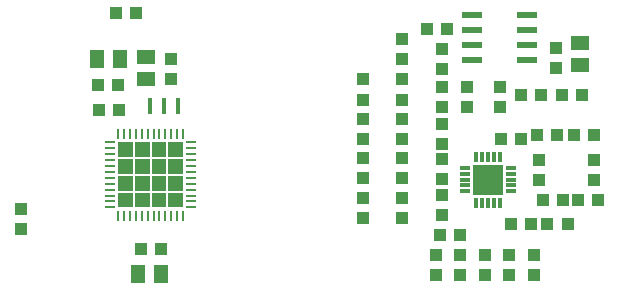
<source format=gbr>
G04 EAGLE Gerber RS-274X export*
G75*
%MOMM*%
%FSLAX34Y34*%
%LPD*%
%INSolderpaste Bottom*%
%IPPOS*%
%AMOC8*
5,1,8,0,0,1.08239X$1,22.5*%
G01*
%ADD10R,0.400000X1.399997*%
%ADD11R,0.254000X0.812800*%
%ADD12R,0.812800X0.254000*%
%ADD13R,1.100000X1.000000*%
%ADD14R,1.500000X1.300000*%
%ADD15R,1.300000X1.500000*%
%ADD16R,0.300000X0.850000*%
%ADD17R,0.850000X0.300000*%
%ADD18R,2.650000X2.650000*%
%ADD19R,1.000000X1.100000*%
%ADD20R,1.676400X0.508000*%

G36*
X169531Y201630D02*
X169531Y201630D01*
X169533Y201629D01*
X169576Y201649D01*
X169620Y201667D01*
X169621Y201669D01*
X169623Y201670D01*
X169656Y201755D01*
X169656Y213979D01*
X169655Y213981D01*
X169655Y213983D01*
X169636Y214026D01*
X169617Y214070D01*
X169615Y214071D01*
X169614Y214073D01*
X169529Y214106D01*
X157305Y214106D01*
X157303Y214105D01*
X157301Y214105D01*
X157258Y214086D01*
X157215Y214067D01*
X157214Y214065D01*
X157212Y214064D01*
X157179Y213979D01*
X157179Y201755D01*
X157180Y201753D01*
X157179Y201751D01*
X157199Y201708D01*
X157217Y201665D01*
X157219Y201664D01*
X157220Y201662D01*
X157305Y201629D01*
X169529Y201629D01*
X169531Y201630D01*
G37*
G36*
X155307Y201630D02*
X155307Y201630D01*
X155309Y201629D01*
X155352Y201649D01*
X155396Y201667D01*
X155397Y201669D01*
X155399Y201670D01*
X155432Y201755D01*
X155432Y213979D01*
X155431Y213981D01*
X155431Y213983D01*
X155412Y214026D01*
X155393Y214070D01*
X155391Y214071D01*
X155390Y214073D01*
X155305Y214106D01*
X143081Y214106D01*
X143079Y214105D01*
X143077Y214105D01*
X143034Y214086D01*
X142991Y214067D01*
X142990Y214065D01*
X142988Y214064D01*
X142955Y213979D01*
X142955Y201755D01*
X142956Y201753D01*
X142955Y201751D01*
X142975Y201708D01*
X142993Y201665D01*
X142995Y201664D01*
X142996Y201662D01*
X143081Y201629D01*
X155305Y201629D01*
X155307Y201630D01*
G37*
G36*
X141083Y201630D02*
X141083Y201630D01*
X141085Y201629D01*
X141128Y201649D01*
X141172Y201667D01*
X141173Y201669D01*
X141175Y201670D01*
X141208Y201755D01*
X141208Y213979D01*
X141207Y213981D01*
X141207Y213983D01*
X141188Y214026D01*
X141169Y214070D01*
X141167Y214071D01*
X141166Y214073D01*
X141081Y214106D01*
X128857Y214106D01*
X128855Y214105D01*
X128853Y214105D01*
X128810Y214086D01*
X128767Y214067D01*
X128766Y214065D01*
X128764Y214064D01*
X128731Y213979D01*
X128731Y201755D01*
X128732Y201753D01*
X128731Y201751D01*
X128751Y201708D01*
X128769Y201665D01*
X128771Y201664D01*
X128772Y201662D01*
X128857Y201629D01*
X141081Y201629D01*
X141083Y201630D01*
G37*
G36*
X126859Y201630D02*
X126859Y201630D01*
X126861Y201629D01*
X126904Y201649D01*
X126948Y201667D01*
X126949Y201669D01*
X126951Y201670D01*
X126984Y201755D01*
X126984Y213979D01*
X126983Y213981D01*
X126983Y213983D01*
X126964Y214026D01*
X126945Y214070D01*
X126943Y214071D01*
X126942Y214073D01*
X126857Y214106D01*
X114633Y214106D01*
X114631Y214105D01*
X114629Y214105D01*
X114586Y214086D01*
X114543Y214067D01*
X114542Y214065D01*
X114540Y214064D01*
X114507Y213979D01*
X114507Y201755D01*
X114508Y201753D01*
X114507Y201751D01*
X114527Y201708D01*
X114545Y201665D01*
X114547Y201664D01*
X114548Y201662D01*
X114633Y201629D01*
X126857Y201629D01*
X126859Y201630D01*
G37*
G36*
X169531Y187406D02*
X169531Y187406D01*
X169533Y187405D01*
X169576Y187425D01*
X169620Y187443D01*
X169621Y187445D01*
X169623Y187446D01*
X169656Y187531D01*
X169656Y199755D01*
X169655Y199757D01*
X169655Y199759D01*
X169636Y199802D01*
X169617Y199846D01*
X169615Y199847D01*
X169614Y199849D01*
X169529Y199882D01*
X157305Y199882D01*
X157303Y199881D01*
X157301Y199881D01*
X157258Y199862D01*
X157215Y199843D01*
X157214Y199841D01*
X157212Y199840D01*
X157179Y199755D01*
X157179Y187531D01*
X157180Y187529D01*
X157179Y187527D01*
X157199Y187484D01*
X157217Y187441D01*
X157219Y187440D01*
X157220Y187438D01*
X157305Y187405D01*
X169529Y187405D01*
X169531Y187406D01*
G37*
G36*
X126859Y187406D02*
X126859Y187406D01*
X126861Y187405D01*
X126904Y187425D01*
X126948Y187443D01*
X126949Y187445D01*
X126951Y187446D01*
X126984Y187531D01*
X126984Y199755D01*
X126983Y199757D01*
X126983Y199759D01*
X126964Y199802D01*
X126945Y199846D01*
X126943Y199847D01*
X126942Y199849D01*
X126857Y199882D01*
X114633Y199882D01*
X114631Y199881D01*
X114629Y199881D01*
X114586Y199862D01*
X114543Y199843D01*
X114542Y199841D01*
X114540Y199840D01*
X114507Y199755D01*
X114507Y187531D01*
X114508Y187529D01*
X114507Y187527D01*
X114527Y187484D01*
X114545Y187441D01*
X114547Y187440D01*
X114548Y187438D01*
X114633Y187405D01*
X126857Y187405D01*
X126859Y187406D01*
G37*
G36*
X141083Y187406D02*
X141083Y187406D01*
X141085Y187405D01*
X141128Y187425D01*
X141172Y187443D01*
X141173Y187445D01*
X141175Y187446D01*
X141208Y187531D01*
X141208Y199755D01*
X141207Y199757D01*
X141207Y199759D01*
X141188Y199802D01*
X141169Y199846D01*
X141167Y199847D01*
X141166Y199849D01*
X141081Y199882D01*
X128857Y199882D01*
X128855Y199881D01*
X128853Y199881D01*
X128810Y199862D01*
X128767Y199843D01*
X128766Y199841D01*
X128764Y199840D01*
X128731Y199755D01*
X128731Y187531D01*
X128732Y187529D01*
X128731Y187527D01*
X128751Y187484D01*
X128769Y187441D01*
X128771Y187440D01*
X128772Y187438D01*
X128857Y187405D01*
X141081Y187405D01*
X141083Y187406D01*
G37*
G36*
X155307Y187406D02*
X155307Y187406D01*
X155309Y187405D01*
X155352Y187425D01*
X155396Y187443D01*
X155397Y187445D01*
X155399Y187446D01*
X155432Y187531D01*
X155432Y199755D01*
X155431Y199757D01*
X155431Y199759D01*
X155412Y199802D01*
X155393Y199846D01*
X155391Y199847D01*
X155390Y199849D01*
X155305Y199882D01*
X143081Y199882D01*
X143079Y199881D01*
X143077Y199881D01*
X143034Y199862D01*
X142991Y199843D01*
X142990Y199841D01*
X142988Y199840D01*
X142955Y199755D01*
X142955Y187531D01*
X142956Y187529D01*
X142955Y187527D01*
X142975Y187484D01*
X142993Y187441D01*
X142995Y187440D01*
X142996Y187438D01*
X143081Y187405D01*
X155305Y187405D01*
X155307Y187406D01*
G37*
G36*
X141083Y173182D02*
X141083Y173182D01*
X141085Y173181D01*
X141128Y173201D01*
X141172Y173219D01*
X141173Y173221D01*
X141175Y173222D01*
X141208Y173307D01*
X141208Y185531D01*
X141207Y185533D01*
X141207Y185535D01*
X141188Y185578D01*
X141169Y185622D01*
X141167Y185623D01*
X141166Y185625D01*
X141081Y185658D01*
X128857Y185658D01*
X128855Y185657D01*
X128853Y185657D01*
X128810Y185638D01*
X128767Y185619D01*
X128766Y185617D01*
X128764Y185616D01*
X128731Y185531D01*
X128731Y173307D01*
X128732Y173305D01*
X128731Y173303D01*
X128751Y173260D01*
X128769Y173217D01*
X128771Y173216D01*
X128772Y173214D01*
X128857Y173181D01*
X141081Y173181D01*
X141083Y173182D01*
G37*
G36*
X169531Y173182D02*
X169531Y173182D01*
X169533Y173181D01*
X169576Y173201D01*
X169620Y173219D01*
X169621Y173221D01*
X169623Y173222D01*
X169656Y173307D01*
X169656Y185531D01*
X169655Y185533D01*
X169655Y185535D01*
X169636Y185578D01*
X169617Y185622D01*
X169615Y185623D01*
X169614Y185625D01*
X169529Y185658D01*
X157305Y185658D01*
X157303Y185657D01*
X157301Y185657D01*
X157258Y185638D01*
X157215Y185619D01*
X157214Y185617D01*
X157212Y185616D01*
X157179Y185531D01*
X157179Y173307D01*
X157180Y173305D01*
X157179Y173303D01*
X157199Y173260D01*
X157217Y173217D01*
X157219Y173216D01*
X157220Y173214D01*
X157305Y173181D01*
X169529Y173181D01*
X169531Y173182D01*
G37*
G36*
X155307Y173182D02*
X155307Y173182D01*
X155309Y173181D01*
X155352Y173201D01*
X155396Y173219D01*
X155397Y173221D01*
X155399Y173222D01*
X155432Y173307D01*
X155432Y185531D01*
X155431Y185533D01*
X155431Y185535D01*
X155412Y185578D01*
X155393Y185622D01*
X155391Y185623D01*
X155390Y185625D01*
X155305Y185658D01*
X143081Y185658D01*
X143079Y185657D01*
X143077Y185657D01*
X143034Y185638D01*
X142991Y185619D01*
X142990Y185617D01*
X142988Y185616D01*
X142955Y185531D01*
X142955Y173307D01*
X142956Y173305D01*
X142955Y173303D01*
X142975Y173260D01*
X142993Y173217D01*
X142995Y173216D01*
X142996Y173214D01*
X143081Y173181D01*
X155305Y173181D01*
X155307Y173182D01*
G37*
G36*
X126859Y173182D02*
X126859Y173182D01*
X126861Y173181D01*
X126904Y173201D01*
X126948Y173219D01*
X126949Y173221D01*
X126951Y173222D01*
X126984Y173307D01*
X126984Y185531D01*
X126983Y185533D01*
X126983Y185535D01*
X126964Y185578D01*
X126945Y185622D01*
X126943Y185623D01*
X126942Y185625D01*
X126857Y185658D01*
X114633Y185658D01*
X114631Y185657D01*
X114629Y185657D01*
X114586Y185638D01*
X114543Y185619D01*
X114542Y185617D01*
X114540Y185616D01*
X114507Y185531D01*
X114507Y173307D01*
X114508Y173305D01*
X114507Y173303D01*
X114527Y173260D01*
X114545Y173217D01*
X114547Y173216D01*
X114548Y173214D01*
X114633Y173181D01*
X126857Y173181D01*
X126859Y173182D01*
G37*
G36*
X155307Y158958D02*
X155307Y158958D01*
X155309Y158957D01*
X155352Y158977D01*
X155396Y158995D01*
X155397Y158997D01*
X155399Y158998D01*
X155432Y159083D01*
X155432Y171307D01*
X155431Y171309D01*
X155431Y171311D01*
X155412Y171354D01*
X155393Y171398D01*
X155391Y171399D01*
X155390Y171401D01*
X155305Y171434D01*
X143081Y171434D01*
X143079Y171433D01*
X143077Y171433D01*
X143034Y171414D01*
X142991Y171395D01*
X142990Y171393D01*
X142988Y171392D01*
X142955Y171307D01*
X142955Y159083D01*
X142956Y159081D01*
X142955Y159079D01*
X142975Y159036D01*
X142993Y158993D01*
X142995Y158992D01*
X142996Y158990D01*
X143081Y158957D01*
X155305Y158957D01*
X155307Y158958D01*
G37*
G36*
X141083Y158958D02*
X141083Y158958D01*
X141085Y158957D01*
X141128Y158977D01*
X141172Y158995D01*
X141173Y158997D01*
X141175Y158998D01*
X141208Y159083D01*
X141208Y171307D01*
X141207Y171309D01*
X141207Y171311D01*
X141188Y171354D01*
X141169Y171398D01*
X141167Y171399D01*
X141166Y171401D01*
X141081Y171434D01*
X128857Y171434D01*
X128855Y171433D01*
X128853Y171433D01*
X128810Y171414D01*
X128767Y171395D01*
X128766Y171393D01*
X128764Y171392D01*
X128731Y171307D01*
X128731Y159083D01*
X128732Y159081D01*
X128731Y159079D01*
X128751Y159036D01*
X128769Y158993D01*
X128771Y158992D01*
X128772Y158990D01*
X128857Y158957D01*
X141081Y158957D01*
X141083Y158958D01*
G37*
G36*
X126859Y158958D02*
X126859Y158958D01*
X126861Y158957D01*
X126904Y158977D01*
X126948Y158995D01*
X126949Y158997D01*
X126951Y158998D01*
X126984Y159083D01*
X126984Y171307D01*
X126983Y171309D01*
X126983Y171311D01*
X126964Y171354D01*
X126945Y171398D01*
X126943Y171399D01*
X126942Y171401D01*
X126857Y171434D01*
X114633Y171434D01*
X114631Y171433D01*
X114629Y171433D01*
X114586Y171414D01*
X114543Y171395D01*
X114542Y171393D01*
X114540Y171392D01*
X114507Y171307D01*
X114507Y159083D01*
X114508Y159081D01*
X114507Y159079D01*
X114527Y159036D01*
X114545Y158993D01*
X114547Y158992D01*
X114548Y158990D01*
X114633Y158957D01*
X126857Y158957D01*
X126859Y158958D01*
G37*
G36*
X169531Y158958D02*
X169531Y158958D01*
X169533Y158957D01*
X169576Y158977D01*
X169620Y158995D01*
X169621Y158997D01*
X169623Y158998D01*
X169656Y159083D01*
X169656Y171307D01*
X169655Y171309D01*
X169655Y171311D01*
X169636Y171354D01*
X169617Y171398D01*
X169615Y171399D01*
X169614Y171401D01*
X169529Y171434D01*
X157305Y171434D01*
X157303Y171433D01*
X157301Y171433D01*
X157258Y171414D01*
X157215Y171395D01*
X157214Y171393D01*
X157212Y171392D01*
X157179Y171307D01*
X157179Y159083D01*
X157180Y159081D01*
X157179Y159079D01*
X157199Y159036D01*
X157217Y158993D01*
X157219Y158992D01*
X157220Y158990D01*
X157305Y158957D01*
X169529Y158957D01*
X169531Y158958D01*
G37*
D10*
X165194Y244475D03*
X153194Y244475D03*
X141194Y244475D03*
D11*
X114574Y221075D03*
X119575Y221075D03*
X124577Y221075D03*
X129578Y221075D03*
X134579Y221075D03*
X139580Y221075D03*
X144582Y221075D03*
X149583Y221075D03*
X154584Y221075D03*
X159585Y221075D03*
X164587Y221075D03*
X169588Y221075D03*
D12*
X176625Y214038D03*
X176625Y209037D03*
X176625Y204035D03*
X176625Y199034D03*
X176625Y194033D03*
X176625Y189032D03*
X176625Y184030D03*
X176625Y179029D03*
X176625Y174028D03*
X176625Y169027D03*
X176625Y164025D03*
X176625Y159024D03*
D11*
X169588Y151987D03*
X164587Y151987D03*
X159585Y151987D03*
X154584Y151987D03*
X149583Y151987D03*
X144582Y151987D03*
X139580Y151987D03*
X134579Y151987D03*
X129578Y151987D03*
X124577Y151987D03*
X119575Y151987D03*
X114574Y151987D03*
D12*
X107537Y159024D03*
X107537Y164025D03*
X107537Y169027D03*
X107537Y174028D03*
X107537Y179029D03*
X107537Y184030D03*
X107537Y189032D03*
X107537Y194033D03*
X107537Y199034D03*
X107537Y204035D03*
X107537Y209037D03*
X107537Y214038D03*
D13*
X32544Y140725D03*
X32544Y157725D03*
X159544Y267725D03*
X159544Y284725D03*
X129944Y323850D03*
X112944Y323850D03*
X97863Y262731D03*
X114863Y262731D03*
X98656Y241300D03*
X115656Y241300D03*
X133581Y123825D03*
X150581Y123825D03*
D14*
X138113Y286519D03*
X138113Y267519D03*
D15*
X96863Y284956D03*
X115863Y284956D03*
X131788Y102394D03*
X150788Y102394D03*
D16*
X437831Y163063D03*
X432831Y163063D03*
X427831Y163063D03*
X422831Y163063D03*
X417831Y163063D03*
D17*
X408331Y172563D03*
X408331Y177563D03*
X408331Y182563D03*
X408331Y187563D03*
X408331Y192563D03*
D16*
X417831Y202063D03*
X422831Y202063D03*
X427831Y202063D03*
X432831Y202063D03*
X437831Y202063D03*
D17*
X447331Y192563D03*
X447331Y187563D03*
X447331Y182563D03*
X447331Y177563D03*
X447331Y172563D03*
D18*
X427831Y182563D03*
D13*
X455381Y216694D03*
X438381Y216694D03*
X470694Y182000D03*
X470694Y199000D03*
D19*
X469338Y219869D03*
X486338Y219869D03*
D13*
X464113Y145256D03*
X447113Y145256D03*
D19*
X478069Y145256D03*
X495069Y145256D03*
X474100Y165100D03*
X491100Y165100D03*
X504263Y165100D03*
X521263Y165100D03*
X517525Y199000D03*
X517525Y182000D03*
D13*
X466725Y101831D03*
X466725Y118831D03*
X404217Y101831D03*
X404217Y118831D03*
X445889Y118831D03*
X445889Y101831D03*
X425053Y118831D03*
X425053Y101831D03*
X383381Y118831D03*
X383381Y101831D03*
X403788Y135731D03*
X386788Y135731D03*
X354806Y150250D03*
X354806Y167250D03*
X354806Y183588D03*
X354806Y200588D03*
X388938Y229956D03*
X388938Y212956D03*
D19*
X354806Y233925D03*
X354806Y216925D03*
X388938Y152631D03*
X388938Y169631D03*
D13*
X388938Y199794D03*
X388938Y182794D03*
X322263Y183588D03*
X322263Y200588D03*
X322263Y150250D03*
X322263Y167250D03*
D14*
X505619Y279425D03*
X505619Y298425D03*
D19*
X484981Y277250D03*
X484981Y294250D03*
X392675Y310356D03*
X375675Y310356D03*
D13*
X354806Y250263D03*
X354806Y267263D03*
D19*
X322263Y233925D03*
X322263Y216925D03*
X354806Y301394D03*
X354806Y284394D03*
X388938Y243913D03*
X388938Y260913D03*
D13*
X322263Y250263D03*
X322263Y267263D03*
X409575Y243913D03*
X409575Y260913D03*
X438150Y260913D03*
X438150Y243913D03*
X455844Y254000D03*
X472844Y254000D03*
D19*
X506975Y254000D03*
X489975Y254000D03*
D13*
X500294Y219869D03*
X517294Y219869D03*
D19*
X388938Y276456D03*
X388938Y293456D03*
D20*
X414242Y283369D03*
X414242Y296069D03*
X414242Y308769D03*
X414242Y321469D03*
X460470Y321469D03*
X460470Y308769D03*
X460470Y296069D03*
X460470Y283369D03*
M02*

</source>
